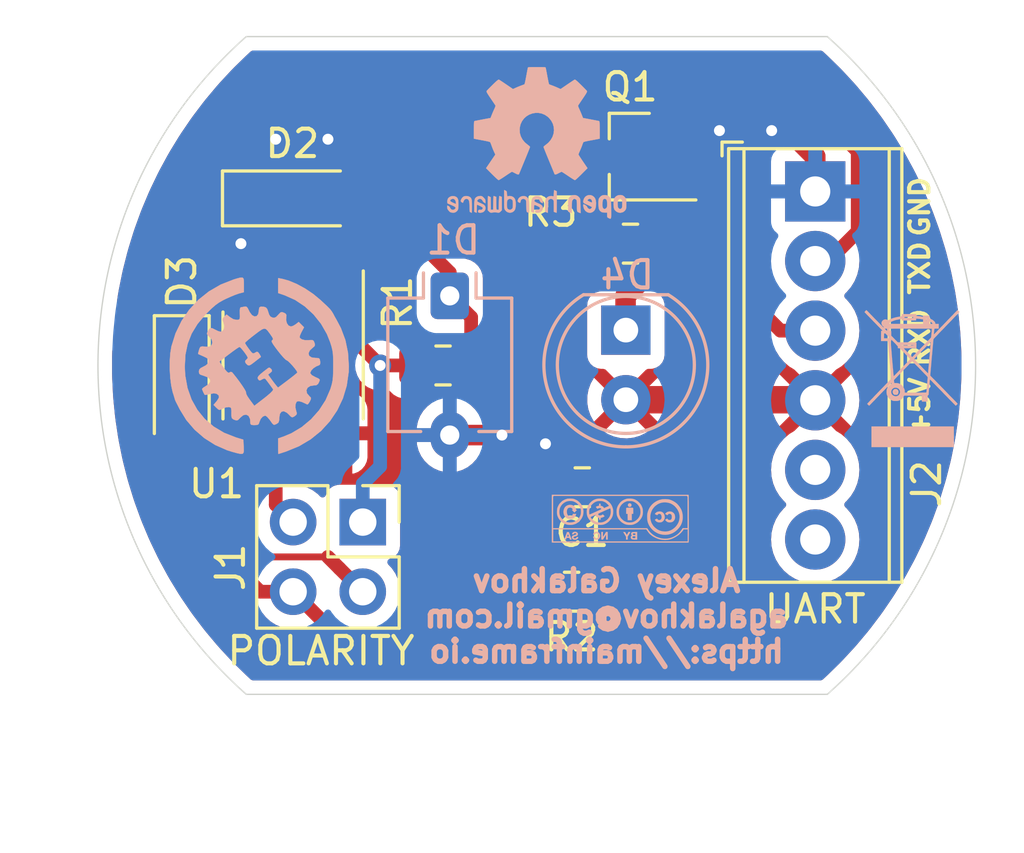
<source format=kicad_pcb>
(kicad_pcb (version 20211014) (generator pcbnew)
  (layers (0 "F.Cu" signal) (31 "B.Cu" signal) (34 "B.Paste" user) (35 "F.Paste" user) (36 "B.SilkS" user "B.Silkscreen") (37 "F.SilkS" user "F.Silkscreen") (38 "B.Mask" user) (39 "F.Mask" user) (44 "Edge.Cuts" user))
  (net 0 "")
  (net 1 "GND")
  (net 2 "VCC")
  (net 3 "/PD")
  (net 4 "/+0,6V")
  (net 5 "/+1,2V")
  (net 6 "Net-(D4-Pad1)")
  (net 7 "Net-(J1-Pad2)")
  (net 8 "Net-(R1-Pad1)")
  (net 9 "/RXD")
  (net 10 "/TXD")
  (net 11 "Net-(J1-Pad3)")
  (net 14 "Net-(R3-Pad1)")
  (footprint "Capacitor_SMD:C_0805_2012Metric_Pad1.15x1.40mm_HandSolder" (layer "F.Cu") (at 167.66 96.445 180)
    (fp_text reference "C1" (at 0 -1.65) (layer "F.SilkS"))
    (fp_text value "0,22µ")
    (pad "1" smd roundrect locked (at -1.025 0 180) (size 1.15 1.4) (layers "F.Cu" "F.Paste" "F.Mask") (roundrect_rratio 0.2173913043) (net 2 "VCC"))
    (pad "2" smd roundrect locked (at 1.025 0 180) (size 1.15 1.4) (layers "F.Cu" "F.Paste" "F.Mask") (roundrect_rratio 0.2173913043) (net 1 "GND"))
  )
  (footprint "Diode_SMD:D_MiniMELF" (layer "F.Cu") (at 157.082 85.904)
    (fp_text reference "D2" (at 0 -2) (layer "F.SilkS"))
    (fp_text value "LL4148")
    (pad "1" smd rect locked (at -1.75 0) (size 1.3 1.7) (layers "F.Cu" "F.Paste" "F.Mask") (net 1 "GND"))
    (pad "2" smd rect locked (at 1.75 0) (size 1.3 1.7) (layers "F.Cu" "F.Paste" "F.Mask") (net 4 "/+0,6V"))
  )
  (footprint "Diode_SMD:D_MiniMELF" (layer "F.Cu") (at 153.046 92.734 -90)
    (fp_text reference "D3" (at -3.782 0 90) (layer "F.SilkS"))
    (fp_text value "LL4148")
    (pad "1" smd rect locked (at -1.75 0 270) (size 1.3 1.7) (layers "F.Cu" "F.Paste" "F.Mask") (net 4 "/+0,6V"))
    (pad "2" smd rect locked (at 1.75 0 270) (size 1.3 1.7) (layers "F.Cu" "F.Paste" "F.Mask") (net 5 "/+1,2V"))
  )
  (footprint "TerminalBlock_Phoenix:TerminalBlock_Phoenix_MPT-0,5-6-2.54_1x06_P2.54mm_Horizontal" (layer "F.Cu") (at 176.16 85.65 -90)
    (fp_text reference "J2" (at 10.668 -4.064 90) (layer "F.SilkS"))
    (fp_text value "UART" (at 15.24 0 180) (layer "F.SilkS"))
    (pad "1" thru_hole rect locked (at 0 0 270) (size 2.2 2.2) (drill 1.1) (layers *.Cu *.Mask) (net 1 "GND"))
    (pad "2" thru_hole circle locked (at 2.54 0 270) (size 2.2 2.2) (drill 1.1) (layers *.Cu *.Mask) (net 10 "/TXD"))
    (pad "3" thru_hole circle locked (at 5.08 0 270) (size 2.2 2.2) (drill 1.1) (layers *.Cu *.Mask) (net 9 "/RXD"))
    (pad "4" thru_hole circle locked (at 7.62 0 270) (size 2.2 2.2) (drill 1.1) (layers *.Cu *.Mask) (net 2 "VCC"))
    (pad "5" thru_hole circle locked (at 10.16 0 270) (size 2.2 2.2) (drill 1.1) (layers *.Cu *.Mask))
    (pad "6" thru_hole circle locked (at 12.7 0 270) (size 2.2 2.2) (drill 1.1) (layers *.Cu *.Mask))
  )
  (footprint "Package_SO:SOIC-8_3.9x4.9mm_P1.27mm" (layer "F.Cu") (at 157.11 92 -90)
    (fp_text reference "U1" (at 4.318 2.794 180) (layer "F.SilkS"))
    (fp_text value "LM358")
    (pad "1" smd roundrect locked (at -2.475 -1.905 270) (size 1.95 0.6) (layers "F.Cu" "F.Paste" "F.Mask") (net 8 "Net-(R1-Pad1)"))
    (pad "2" smd roundrect locked (at -2.475 -0.635 270) (size 1.95 0.6) (layers "F.Cu" "F.Paste" "F.Mask") (net 3 "/PD"))
    (pad "3" smd roundrect locked (at -2.475 0.635 270) (size 1.95 0.6) (layers "F.Cu" "F.Paste" "F.Mask") (net 4 "/+0,6V"))
    (pad "4" smd roundrect locked (at -2.475 1.905 270) (size 1.95 0.6) (layers "F.Cu" "F.Paste" "F.Mask") (net 1 "GND"))
    (pad "5" smd roundrect locked (at 2.475 1.905 270) (size 1.95 0.6) (layers "F.Cu" "F.Paste" "F.Mask") (net 7 "Net-(J1-Pad2)"))
    (pad "6" smd roundrect locked (at 2.475 0.635 270) (size 1.95 0.6) (layers "F.Cu" "F.Paste" "F.Mask") (net 11 "Net-(J1-Pad3)"))
    (pad "7" smd roundrect locked (at 2.475 -0.635 270) (size 1.95 0.6) (layers "F.Cu" "F.Paste" "F.Mask") (net 10 "/TXD"))
    (pad "8" smd roundrect locked (at 2.475 -1.905 270) (size 1.95 0.6) (layers "F.Cu" "F.Paste" "F.Mask") (net 2 "VCC"))
  )
  (footprint "Package_TO_SOT_SMD:SOT-23_Handsoldering" (layer "F.Cu") (at 169.405 84.38 180)
    (fp_text reference "Q1" (at 0 2.54) (layer "F.SilkS"))
    (fp_text value "MMUN2233LT1G")
    (pad "1" smd rect locked (at -1.5 -0.95 180) (size 1.9 0.8) (layers "F.Cu" "F.Paste" "F.Mask") (net 9 "/RXD"))
    (pad "2" smd rect locked (at -1.5 0.95 180) (size 1.9 0.8) (layers "F.Cu" "F.Paste" "F.Mask") (net 1 "GND"))
    (pad "3" smd rect locked (at 1.5 0 180) (size 1.9 0.8) (layers "F.Cu" "F.Paste" "F.Mask") (net 14 "Net-(R3-Pad1)"))
  )
  (footprint "Resistor_SMD:R_0805_2012Metric_Pad1.15x1.40mm_HandSolder" (layer "F.Cu") (at 169.42 87.555)
    (fp_text reference "R3" (at -2.912 -1.143) (layer "F.SilkS"))
    (fp_text value "100")
    (pad "1" smd roundrect locked (at -1.025 0) (size 1.15 1.4) (layers "F.Cu" "F.Paste" "F.Mask") (roundrect_rratio 0.2173913043) (net 14 "Net-(R3-Pad1)"))
    (pad "2" smd roundrect locked (at 1.025 0) (size 1.15 1.4) (layers "F.Cu" "F.Paste" "F.Mask") (roundrect_rratio 0.2173913043) (net 6 "Net-(D4-Pad1)"))
  )
  (footprint "Resistor_SMD:R_0805_2012Metric_Pad1.15x1.40mm_HandSolder" (layer "F.Cu") (at 162.58 92)
    (fp_text reference "R1" (at -1.66 -2.286 90) (layer "F.SilkS"))
    (fp_text value "120k*")
    (pad "1" smd roundrect locked (at -1.025 0) (size 1.15 1.4) (layers "F.Cu" "F.Paste" "F.Mask") (roundrect_rratio 0.2173913043) (net 8 "Net-(R1-Pad1)"))
    (pad "2" smd roundrect locked (at 1.025 0) (size 1.15 1.4) (layers "F.Cu" "F.Paste" "F.Mask") (roundrect_rratio 0.2173913043) (net 3 "/PD"))
  )
  (footprint "Connector_PinHeader_2.54mm:PinHeader_2x02_P2.54mm_Vertical" (layer "F.Cu") (at 159.65 97.715 -90)
    (fp_text reference "J1" (at 1.651 4.826 90) (layer "F.SilkS"))
    (fp_text value "POLARITY" (at 4.699 1.524 180) (layer "F.SilkS"))
    (pad "1" thru_hole rect locked (at 0 0 270) (size 1.7 1.7) (drill 1) (layers *.Cu *.Mask) (net 8 "Net-(R1-Pad1)"))
    (pad "2" thru_hole oval locked (at 2.54 0 270) (size 1.7 1.7) (drill 1) (layers *.Cu *.Mask) (net 7 "Net-(J1-Pad2)"))
    (pad "3" thru_hole oval locked (at 0 2.54 270) (size 1.7 1.7) (drill 1) (layers *.Cu *.Mask) (net 11 "Net-(J1-Pad3)"))
    (pad "4" thru_hole oval locked (at 2.54 2.54 270) (size 1.7 1.7) (drill 1) (layers *.Cu *.Mask) (net 5 "/+1,2V"))
  )
  (footprint "Resistor_SMD:R_0805_2012Metric_Pad1.15x1.40mm_HandSolder" (layer "F.Cu") (at 167.27 100.255 180)
    (fp_text reference "R2" (at 0 -1.65) (layer "F.SilkS"))
    (fp_text value "47k")
    (pad "1" smd roundrect locked (at -1.025 0 180) (size 1.15 1.4) (layers "F.Cu" "F.Paste" "F.Mask") (roundrect_rratio 0.2173913043) (net 2 "VCC"))
    (pad "2" smd roundrect locked (at 1.025 0 180) (size 1.15 1.4) (layers "F.Cu" "F.Paste" "F.Mask") (roundrect_rratio 0.2173913043) (net 5 "/+1,2V"))
  )
  (footprint "OptoDevice:Osram_DIL2_4.3x4.65mm_P5.08mm" (layer "B.Cu") (at 162.825 89.46 -90)
    (fp_text reference "D1" (at -2.032 -0.127) (layer "B.SilkS") (effects (justify mirror)))
    (fp_text value "BPW34")
    (pad "1" thru_hole roundrect locked (at 0 0 270) (size 1.7 1.4) (drill 0.7) (layers *.Cu *.Mask) (roundrect_rratio 0.178) (net 3 "/PD"))
    (pad "2" thru_hole oval locked (at 5.08 0 270) (size 1.7 1.4) (drill 0.7) (layers *.Cu *.Mask) (net 1 "GND"))
  )
  (footprint "LED_THT:LED_D5.0mm" (layer "B.Cu") (at 169.25 90.71 -90)
    (fp_text reference "D4" (at -2.012 -0.052) (layer "B.SilkS") (effects (justify mirror)))
    (fp_text value "LED")
    (pad "1" thru_hole rect locked (at 0 0 270) (size 1.8 1.8) (drill 0.9) (layers *.Cu *.Mask) (net 6 "Net-(D4-Pad1)"))
    (pad "2" thru_hole circle locked (at 2.54 0 270) (size 1.8 1.8) (drill 0.9) (layers *.Cu *.Mask) (net 2 "VCC"))
  )
  (footprint "w_logo:Logo_silk_CC-BY-NC-SA_5x2mm" (layer "B.Cu") (at 169.048 97.588 180)
    (fp_text reference "G***" hide)
    (fp_text value "LOGO" hide)
  )
  (footprint "Symbol:OSHW-Logo2_7.3x6mm_SilkScreen" (layer "B.Cu") (at 166 83.872 180)
    (fp_text reference "REF**" hide)
    (fp_text value "OSHW-Logo2_7.3x6mm_SilkScreen" hide)
  )
  (footprint "REM:logo_medium" (layer "B.Cu") (at 155.84 92 180)
    (fp_text reference "G***" hide)
    (fp_text value "LOGO" hide)
  )
  (footprint "w_logo:Logo_silk_WEEE_3.4x5mm" (layer "B.Cu") (at 179.716 92.508 180)
    (fp_text reference "G***" hide)
    (fp_text value "LOGO" hide)
  )
  (gr_arc (start 155.400001 103.999999) (mid 149.988755 92) (end 155.400001 80.000001) (layer "Edge.Cuts") (width 0.05))
  (gr_line (start 155.4 80) (end 176.6 80) (layer "Edge.Cuts") (width 0.05))
  (gr_line (start 155.4 104) (end 176.6 104) (layer "Edge.Cuts") (width 0.05))
  (gr_arc (start 176.599999 80.000001) (mid 182.011245 92) (end 176.599999 103.999999) (layer "Edge.Cuts") (width 0.05))
  (gr_text "Alexey Galakhov\nagalakhov@gmail.com\nhttps://mainframe.io" (at 168.54 101.144) (layer "B.SilkS") (effects (font (size 0.8 0.8) (thickness 0.2)) (justify mirror)))
  (gr_text "TXD" (at 179.97 88.444 90) (layer "F.SilkS") (effects (font (size 0.7 0.7))))
  (gr_text "GND" (at 179.97 86.2088 90) (layer "F.SilkS") (effects (font (size 0.7 0.7))))
  (gr_text "+5V" (at 179.97 93.524 90) (layer "F.SilkS") (effects (font (size 0.7 0.7))))
  (gr_text "RXD" (at 179.97 90.984 90) (layer "F.SilkS") (effects (font (size 0.7 0.7))))
  (segment (start 166.3175 94.8575) (end 166.635 95.175) (width 0.75) (layer "F.Cu") (net 1))
  (segment (start 164.73 94.54) (end 166 94.54) (width 0.75) (layer "F.Cu") (net 1))
  (segment (start 172.665 83.43) (end 174.57 83.43) (width 0.75) (layer "F.Cu") (net 1))
  (segment (start 174.57 83.43) (end 175.21 83.43) (width 0.75) (layer "F.Cu") (net 1))
  (segment (start 166 94.54) (end 166.3175 94.8575) (width 0.75) (layer "F.Cu") (net 1))
  (segment (start 155.205 89.525) (end 155.205 87.555) (width 0.5) (layer "F.Cu") (net 1))
  (segment (start 155.205 87.555) (end 155.205 86.031) (width 0.75) (layer "F.Cu") (net 1))
  (segment (start 158.38 83.745) (end 156.475 83.745) (width 0.75) (layer "F.Cu") (net 1))
  (segment (start 155.332 84.888) (end 156.475 83.745) (width 0.75) (layer "F.Cu") (net 1))
  (segment (start 162.825 94.54) (end 164.73 94.54) (width 0.75) (layer "F.Cu") (net 1))
  (segment (start 166.635 95.175) (end 166.635 96.445) (width 0.75) (layer "F.Cu") (net 1))
  (segment (start 175.21 83.43) (end 176.16 84.38) (width 0.75) (layer "F.Cu") (net 1))
  (segment (start 155.205 86.031) (end 155.332 85.904) (width 0.5) (layer "F.Cu") (net 1))
  (segment (start 170.905 83.43) (end 172.665 83.43) (width 0.75) (layer "F.Cu") (net 1))
  (segment (start 176.16 84.38) (end 176.16 85.65) (width 0.75) (layer "F.Cu") (net 1))
  (segment (start 155.332 85.904) (end 155.332 84.888) (width 0.75) (layer "F.Cu") (net 1))
  (via (at 164.73 94.54) (size 0.8) (drill 0.4) (layers "F.Cu" "B.Cu") (net 1))
  (via (at 174.57 83.43) (size 0.8) (drill 0.4) (layers "F.Cu" "B.Cu") (net 1))
  (via (at 166.3175 94.8575) (size 0.8) (drill 0.4) (layers "F.Cu" "B.Cu") (net 1))
  (via (at 172.665 83.43) (size 0.8) (drill 0.4) (layers "F.Cu" "B.Cu") (net 1))
  (via (at 156.475 83.745) (size 0.8) (drill 0.4) (layers "F.Cu" "B.Cu") (net 1))
  (via (at 155.205 87.555) (size 0.8) (drill 0.4) (layers "F.Cu" "B.Cu") (net 1))
  (via (at 158.38 83.745) (size 0.8) (drill 0.4) (layers "F.Cu" "B.Cu") (net 1))
  (segment (start 176.14 93.25) (end 176.16 93.27) (width 1) (layer "F.Cu") (net 2))
  (segment (start 169.25 93.25) (end 176.14 93.25) (width 1) (layer "F.Cu") (net 2))
  (segment (start 161.897 87.682) (end 162.825 88.61) (width 0.5) (layer "F.Cu") (net 3))
  (segment (start 157.745 88.55) (end 158.613 87.682) (width 0.5) (layer "F.Cu") (net 3))
  (segment (start 163.605 92) (end 163.605 90.24) (width 0.5) (layer "F.Cu") (net 3))
  (segment (start 162.825 88.61) (end 162.825 89.46) (width 0.5) (layer "F.Cu") (net 3))
  (segment (start 163.605 90.24) (end 162.825 89.46) (width 0.5) (layer "F.Cu") (net 3))
  (segment (start 157.745 89.525) (end 157.745 88.55) (width 0.5) (layer "F.Cu") (net 3))
  (segment (start 158.613 87.682) (end 161.897 87.682) (width 0.5) (layer "F.Cu") (net 3))
  (segment (start 157.682 85.904) (end 157.11 86.476) (width 0.5) (layer "F.Cu") (net 4))
  (segment (start 157.11 86.476) (end 157.11 87.174) (width 0.5) (layer "F.Cu") (net 4))
  (segment (start 156.475 87.809) (end 156.475 89.525) (width 0.5) (layer "F.Cu") (net 4))
  (segment (start 155.935 91.04) (end 154.015 91.04) (width 0.5) (layer "F.Cu") (net 4))
  (segment (start 154.015 91.04) (end 152.665 91.04) (width 0.5) (layer "F.Cu") (net 4))
  (segment (start 158.832 85.904) (end 157.682 85.904) (width 0.5) (layer "F.Cu") (net 4))
  (segment (start 157.11 87.174) (end 156.475 87.809) (width 0.5) (layer "F.Cu") (net 4))
  (segment (start 156.475 90.5) (end 155.935 91.04) (width 0.5) (layer "F.Cu") (net 4))
  (segment (start 156.475 89.525) (end 156.475 90.5) (width 0.5) (layer "F.Cu") (net 4))
  (segment (start 160.666 102.16) (end 159.015 102.16) (width 0.5) (layer "F.Cu") (net 5))
  (segment (start 166.245 100.255) (end 165.67 100.255) (width 0.5) (layer "F.Cu") (net 5))
  (segment (start 155.907919 100.255) (end 153.046 97.393081) (width 0.5) (layer "F.Cu") (net 5))
  (segment (start 159.015 102.16) (end 157.11 100.255) (width 0.5) (layer "F.Cu") (net 5))
  (segment (start 153.046 97.393081) (end 153.046 94.484) (width 0.5) (layer "F.Cu") (net 5))
  (segment (start 155.907919 100.255) (end 157.11 100.255) (width 0.5) (layer "F.Cu") (net 5))
  (segment (start 166.245 100.255) (end 162.571 100.255) (width 0.5) (layer "F.Cu") (net 5))
  (segment (start 162.571 100.255) (end 160.666 102.16) (width 0.5) (layer "F.Cu") (net 5))
  (segment (start 170.445 87.555) (end 170.445 88.255) (width 0.75) (layer "F.Cu") (net 6))
  (segment (start 169.24 89.46) (end 169.24 90.7) (width 0.75) (layer "F.Cu") (net 6))
  (segment (start 170.445 88.255) (end 169.24 89.46) (width 0.75) (layer "F.Cu") (net 6))
  (segment (start 169.24 90.7) (end 169.25 90.71) (width 0.75) (layer "F.Cu") (net 6))
  (segment (start 155.84 98.985) (end 158.38 98.985) (width 0.25) (layer "F.Cu") (net 7))
  (segment (start 155.205 94.475) (end 155.205 98.35) (width 0.5) (layer "F.Cu") (net 7))
  (segment (start 158.800001 99.405001) (end 158.38 98.985) (width 0.5) (layer "F.Cu") (net 7))
  (segment (start 155.205 98.35) (end 155.84 98.985) (width 0.5) (layer "F.Cu") (net 7))
  (segment (start 159.65 100.255) (end 158.800001 99.405001) (width 0.5) (layer "F.Cu") (net 7))
  (segment (start 160.285 92) (end 160.285 92) (width 0.5) (layer "F.Cu") (net 8))
  (segment (start 159.015 90.73) (end 160.285 92) (width 0.5) (layer "F.Cu") (net 8))
  (segment (start 160.285 92) (end 161.555 92) (width 0.5) (layer "F.Cu") (net 8))
  (segment (start 159.015 89.525) (end 159.015 90.73) (width 0.5) (layer "F.Cu") (net 8))
  (via (at 160.285 92) (size 0.8) (drill 0.4) (layers "F.Cu" "B.Cu") (net 8))
  (segment (start 160.285 95.683) (end 159.65 96.318) (width 0.5) (layer "B.Cu") (net 8))
  (segment (start 160.285 92) (end 160.285 95.683) (width 0.5) (layer "B.Cu") (net 8))
  (segment (start 159.65 96.318) (end 159.65 97.715) (width 0.5) (layer "B.Cu") (net 8))
  (segment (start 173.62 89.46) (end 174.89 90.73) (width 0.5) (layer "F.Cu") (net 9))
  (segment (start 172.355 85.33) (end 173.62 86.595) (width 0.5) (layer "F.Cu") (net 9))
  (segment (start 174.89 90.73) (end 176.16 90.73) (width 0.5) (layer "F.Cu") (net 9))
  (segment (start 170.905 85.33) (end 172.355 85.33) (width 0.5) (layer "F.Cu") (net 9))
  (segment (start 173.62 86.595) (end 173.62 89.46) (width 0.5) (layer "F.Cu") (net 9))
  (segment (start 153.3 89.46) (end 152.259998 89.46) (width 0.5) (layer "F.Cu") (net 10))
  (segment (start 175.995002 82.475) (end 155.84 82.475) (width 0.5) (layer "F.Cu") (net 10))
  (segment (start 151.522 92) (end 152.157 92.635) (width 0.5) (layer "F.Cu") (net 10))
  (segment (start 152.157 92.635) (end 157.11 92.635) (width 0.5) (layer "F.Cu") (net 10))
  (segment (start 153.935 84.38) (end 153.935 88.825) (width 0.5) (layer "F.Cu") (net 10))
  (segment (start 157.745 93.27) (end 157.745 94.475) (width 0.5) (layer "F.Cu") (net 10))
  (segment (start 152.259998 89.46) (end 151.522 90.197998) (width 0.5) (layer "F.Cu") (net 10))
  (segment (start 157.11 92.635) (end 157.745 93.27) (width 0.5) (layer "F.Cu") (net 10))
  (segment (start 176.630002 88.19) (end 177.710001 87.110001) (width 0.5) (layer "F.Cu") (net 10))
  (segment (start 177.710001 87.110001) (end 177.710001 84.189999) (width 0.5) (layer "F.Cu") (net 10))
  (segment (start 176.16 88.19) (end 176.630002 88.19) (width 0.5) (layer "F.Cu") (net 10))
  (segment (start 155.84 82.475) (end 153.935 84.38) (width 0.5) (layer "F.Cu") (net 10))
  (segment (start 151.522 90.197998) (end 151.522 92) (width 0.5) (layer "F.Cu") (net 10))
  (segment (start 153.935 88.825) (end 153.3 89.46) (width 0.5) (layer "F.Cu") (net 10))
  (segment (start 177.710001 84.189999) (end 175.995002 82.475) (width 0.5) (layer "F.Cu") (net 10))
  (segment (start 156.475 94.475) (end 156.475 97.08) (width 0.5) (layer "F.Cu") (net 11))
  (segment (start 156.475 97.08) (end 157.11 97.715) (width 0.5) (layer "F.Cu") (net 11))
  (segment (start 167.905 84.38) (end 166.205 84.38) (width 0.75) (layer "F.Cu") (net 14))
  (segment (start 166 86.285) (end 167.27 87.555) (width 0.75) (layer "F.Cu") (net 14))
  (segment (start 167.27 87.555) (end 168.395 87.555) (width 0.75) (layer "F.Cu") (net 14))
  (segment (start 166 84.585) (end 166 86.285) (width 0.75) (layer "F.Cu") (net 14))
  (segment (start 166.205 84.38) (end 166 84.585) (width 0.75) (layer "F.Cu") (net 14))
  (zone (net 2) (net_name "VCC") (layer "F.Cu") (connect_pads (clearance 0.508)) (min_thickness 0.254) (fill yes (thermal_gap 0.508) (thermal_bridge_width 0.508))
    (polygon (pts (xy 183.78 78.665) (xy 182.51 95.81) (xy 177.43 104.7) (xy 154.2525 104.7) (xy 148.22 90.73) (xy 154.57 79.3)))
  )
  (zone (net 1) (net_name "GND") (layer "B.Cu") (connect_pads (clearance 0.508)) (min_thickness 0.254) (fill yes (thermal_gap 0.508) (thermal_bridge_width 0.508))
    (polygon (pts (xy 182.51 86.92) (xy 182.51 95.81) (xy 177.43 104.7) (xy 154.57 104.7) (xy 148.22 95.81) (xy 148.22 86.92) (xy 154.57 79.3) (xy 177.43 79.3)))
  )
)
</source>
